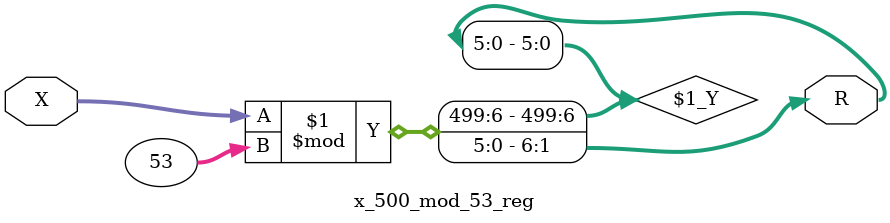
<source format=v>
module x_500_mod_53_reg(
    input [500:1] X,
    output [6:1] R
    );


assign R = X % 53;

endmodule

</source>
